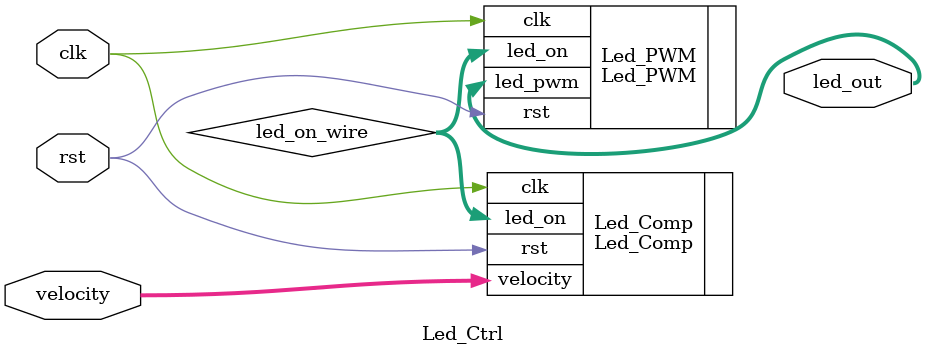
<source format=sv>
`timescale 1ns / 1ps


module Led_Ctrl(
    input clk,
    input rst,
    input logic [10:0] velocity,
    output logic [15:0] led_out
    );

    wire [15:0] led_on_wire;

    Led_Comp Led_Comp(
    .clk(clk),
    .rst(rst),
    .velocity(velocity),
    .led_on(led_on_wire)
    );

    Led_PWM Led_PWM(
    .clk(clk),
    .rst(rst),
    .led_on(led_on_wire),
    .led_pwm(led_out)
    );

endmodule

</source>
